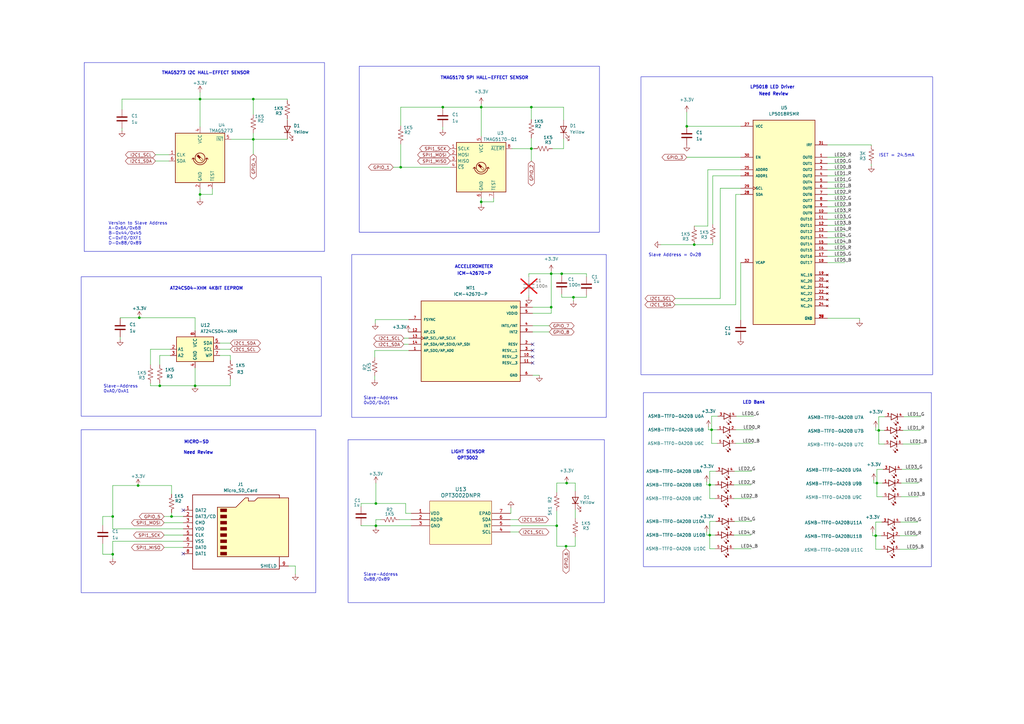
<source format=kicad_sch>
(kicad_sch (version 20230121) (generator eeschema)
  (paper "A3")
  (title_block (title "Hall Effect Sensors") (date "2023-07-29") (rev "A0") (company "EEC"))
  (junction (at 82.042 40.64))
  (junction (at 235.204 121.92))
  (junction (at 80.01 158.242))
  (junction (at 164.338 68.58))
  (junction (at 359.664 198.12))
  (junction (at 57.15 130.302))
  (junction (at 281.686 51.816))
  (junction (at 230.378 112.268))
  (junction (at 360.426 176.53))
  (junction (at 291.084 219.456))
  (junction (at 228.346 215.646))
  (junction (at 46.228 227.33))
  (junction (at 82.042 79.756))
  (junction (at 232.156 224.028))
  (junction (at 197.358 82.804))
  (junction (at 197.358 43.942))
  (junction (at 103.886 40.64))
  (junction (at 284.734 100.33))
  (junction (at 154.178 215.646))
  (junction (at 226.06 125.984))
  (junction (at 226.06 112.268))
  (junction (at 181.61 43.942))
  (junction (at 217.932 43.942))
  (junction (at 359.156 219.71))
  (junction (at 232.41 198.12))
  (junction (at 65.532 158.242))
  (junction (at 154.178 206.502))
  (junction (at 56.642 199.136))
  (junction (at 70.358 211.836))
  (junction (at 291.084 198.882))
  (junction (at 291.846 176.276))
  (junction (at 217.932 60.96))
  (junction (at 103.886 57.15))
  (junction (at 46.228 211.836))
  (no_connect (at 75.184 227.076))
  (no_connect (at 218.44 146.304))
  (no_connect (at 218.44 143.764))
  (no_connect (at 218.44 148.844))
  (no_connect (at 75.184 209.296))
  (no_connect (at 218.44 141.224))
  (wire (pts (xy 359.664 192.532) (xy 362.204 192.532)))
  (wire (pts (xy 218.44 136.144) (xy 225.298 136.144)))
  (wire (pts (xy 161.29 68.58) (xy 164.338 68.58)))
  (wire (pts (xy 289.814 197.612) (xy 289.814 198.882)))
  (wire (pts (xy 291.846 170.688) (xy 294.386 170.688)))
  (wire (pts (xy 153.67 154.178) (xy 153.67 155.702)))
  (wire (pts (xy 228.346 198.12) (xy 232.41 198.12)))
  (wire (pts (xy 42.164 223.012) (xy 42.164 227.33)))
  (wire (pts (xy 82.042 37.846) (xy 82.042 40.64)))
  (wire (pts (xy 232.156 224.028) (xy 232.156 225.044)))
  (wire (pts (xy 291.846 181.864) (xy 291.846 176.276)))
  (wire (pts (xy 121.158 232.156) (xy 121.158 235.458)))
  (wire (pts (xy 181.61 52.07) (xy 181.61 53.086)))
  (wire (pts (xy 240.538 121.92) (xy 240.538 121.158)))
  (wire (pts (xy 231.14 43.942) (xy 231.14 49.276)))
  (wire (pts (xy 291.084 213.868) (xy 293.624 213.868)))
  (wire (pts (xy 228.346 209.55) (xy 228.346 215.646)))
  (wire (pts (xy 226.06 112.268) (xy 226.06 125.984)))
  (wire (pts (xy 284.734 92.71) (xy 290.322 92.71)))
  (wire (pts (xy 202.438 81.28) (xy 202.438 82.804)))
  (wire (pts (xy 231.14 56.896) (xy 231.14 60.96)))
  (wire (pts (xy 292.354 72.136) (xy 303.784 72.136)))
  (wire (pts (xy 80.01 150.876) (xy 80.01 158.242)))
  (wire (pts (xy 209.296 215.646) (xy 228.346 215.646)))
  (wire (pts (xy 197.358 82.804) (xy 197.358 83.82)))
  (wire (pts (xy 164.338 51.562) (xy 164.338 43.942)))
  (wire (pts (xy 339.344 89.916) (xy 346.456 89.916)))
  (wire (pts (xy 230.378 113.03) (xy 230.378 112.268)))
  (wire (pts (xy 42.164 211.836) (xy 46.228 211.836)))
  (wire (pts (xy 67.31 211.836) (xy 70.358 211.836)))
  (wire (pts (xy 300.99 219.456) (xy 308.102 219.456)))
  (wire (pts (xy 271.018 100.33) (xy 284.734 100.33)))
  (wire (pts (xy 70.358 210.312) (xy 70.358 211.836)))
  (wire (pts (xy 121.158 232.156) (xy 118.364 232.156)))
  (wire (pts (xy 75.184 221.996) (xy 46.228 221.996)))
  (wire (pts (xy 148.082 206.502) (xy 154.178 206.502)))
  (wire (pts (xy 352.552 130.556) (xy 352.552 131.318)))
  (wire (pts (xy 167.64 131.064) (xy 153.924 131.064)))
  (wire (pts (xy 46.228 199.136) (xy 46.228 211.836)))
  (wire (pts (xy 69.85 143.256) (xy 61.722 143.256)))
  (wire (pts (xy 360.426 176.53) (xy 360.426 170.942)))
  (wire (pts (xy 359.156 219.71) (xy 357.886 219.71)))
  (wire (pts (xy 63.754 63.5) (xy 69.342 63.5)))
  (wire (pts (xy 49.276 138.176) (xy 49.276 139.192)))
  (wire (pts (xy 46.228 199.136) (xy 56.642 199.136)))
  (wire (pts (xy 80.01 158.242) (xy 65.532 158.242)))
  (wire (pts (xy 276.86 122.428) (xy 295.402 122.428)))
  (wire (pts (xy 361.95 203.708) (xy 359.664 203.708)))
  (wire (pts (xy 303.784 107.696) (xy 303.784 131.318)))
  (wire (pts (xy 80.01 135.636) (xy 80.01 130.302)))
  (wire (pts (xy 197.358 43.942) (xy 197.358 55.88)))
  (wire (pts (xy 369.316 214.122) (xy 376.428 214.122)))
  (wire (pts (xy 291.846 176.276) (xy 294.132 176.276)))
  (wire (pts (xy 217.932 60.96) (xy 217.932 56.642)))
  (wire (pts (xy 46.228 221.996) (xy 46.228 227.33)))
  (wire (pts (xy 82.042 40.64) (xy 82.042 52.07)))
  (wire (pts (xy 216.916 121.158) (xy 216.916 121.92)))
  (wire (pts (xy 359.156 219.71) (xy 361.442 219.71)))
  (wire (pts (xy 290.322 69.596) (xy 303.784 69.596)))
  (wire (pts (xy 87.122 77.47) (xy 87.122 79.756)))
  (wire (pts (xy 291.084 219.456) (xy 293.37 219.456)))
  (wire (pts (xy 46.228 211.836) (xy 46.228 216.916)))
  (wire (pts (xy 300.99 225.044) (xy 308.102 225.044)))
  (wire (pts (xy 339.344 64.516) (xy 346.456 64.516)))
  (wire (pts (xy 197.358 82.804) (xy 202.438 82.804)))
  (wire (pts (xy 103.886 54.61) (xy 103.886 57.15)))
  (wire (pts (xy 291.084 198.882) (xy 291.084 193.294)))
  (wire (pts (xy 230.378 120.65) (xy 230.378 121.92)))
  (wire (pts (xy 300.99 204.47) (xy 308.102 204.47)))
  (wire (pts (xy 117.856 48.768) (xy 117.856 49.276)))
  (wire (pts (xy 197.358 43.942) (xy 217.932 43.942)))
  (wire (pts (xy 166.37 210.566) (xy 168.656 210.566)))
  (wire (pts (xy 291.084 198.882) (xy 293.37 198.882)))
  (wire (pts (xy 359.156 175.26) (xy 359.156 176.53)))
  (wire (pts (xy 90.17 140.716) (xy 94.488 140.716)))
  (wire (pts (xy 369.062 225.298) (xy 376.174 225.298)))
  (wire (pts (xy 70.358 199.136) (xy 56.642 199.136)))
  (wire (pts (xy 164.338 68.58) (xy 184.658 68.58)))
  (wire (pts (xy 168.656 215.646) (xy 154.178 215.646)))
  (wire (pts (xy 232.156 224.028) (xy 228.346 224.028)))
  (wire (pts (xy 357.886 218.44) (xy 357.886 219.71)))
  (wire (pts (xy 94.742 57.15) (xy 103.886 57.15)))
  (wire (pts (xy 370.332 182.118) (xy 377.444 182.118)))
  (wire (pts (xy 154.178 215.646) (xy 154.178 216.154)))
  (wire (pts (xy 339.344 102.616) (xy 346.456 102.616)))
  (wire (pts (xy 291.084 204.47) (xy 291.084 198.882)))
  (wire (pts (xy 240.538 112.268) (xy 230.378 112.268)))
  (wire (pts (xy 290.322 69.596) (xy 290.322 92.71)))
  (wire (pts (xy 148.082 215.646) (xy 148.082 215.392)))
  (wire (pts (xy 339.344 69.596) (xy 346.456 69.596)))
  (wire (pts (xy 103.886 40.64) (xy 103.886 46.99)))
  (wire (pts (xy 181.61 43.942) (xy 181.61 44.45)))
  (wire (pts (xy 358.394 196.85) (xy 358.394 198.12)))
  (wire (pts (xy 357.378 59.436) (xy 357.378 59.69)))
  (wire (pts (xy 359.664 203.708) (xy 359.664 198.12)))
  (wire (pts (xy 235.966 198.12) (xy 235.966 201.422)))
  (wire (pts (xy 61.722 143.256) (xy 61.722 149.606)))
  (wire (pts (xy 301.752 181.864) (xy 308.864 181.864)))
  (wire (pts (xy 370.586 170.942) (xy 377.698 170.942)))
  (wire (pts (xy 164.338 68.58) (xy 164.338 59.182)))
  (wire (pts (xy 167.386 136.144) (xy 167.64 136.144)))
  (wire (pts (xy 360.426 170.942) (xy 362.966 170.942)))
  (wire (pts (xy 339.344 105.156) (xy 346.456 105.156)))
  (wire (pts (xy 209.296 210.566) (xy 209.55 210.566)))
  (wire (pts (xy 359.156 219.71) (xy 359.156 214.122)))
  (wire (pts (xy 165.608 138.684) (xy 167.64 138.684)))
  (wire (pts (xy 75.184 211.836) (xy 70.358 211.836)))
  (wire (pts (xy 276.86 124.968) (xy 301.752 124.968)))
  (wire (pts (xy 210.058 60.96) (xy 217.932 60.96)))
  (wire (pts (xy 339.344 72.136) (xy 346.456 72.136)))
  (wire (pts (xy 228.346 224.028) (xy 228.346 215.646)))
  (wire (pts (xy 292.354 100.33) (xy 292.354 99.568)))
  (wire (pts (xy 362.712 182.118) (xy 360.426 182.118)))
  (wire (pts (xy 94.488 145.796) (xy 94.488 147.828)))
  (wire (pts (xy 82.042 77.47) (xy 82.042 79.756)))
  (wire (pts (xy 339.344 67.056) (xy 346.456 67.056)))
  (wire (pts (xy 359.156 214.122) (xy 361.696 214.122)))
  (wire (pts (xy 359.664 198.12) (xy 359.664 192.532)))
  (wire (pts (xy 57.15 130.302) (xy 80.01 130.302)))
  (wire (pts (xy 339.344 100.076) (xy 346.456 100.076)))
  (wire (pts (xy 291.084 225.044) (xy 291.084 219.456)))
  (wire (pts (xy 117.856 40.64) (xy 117.856 41.148)))
  (wire (pts (xy 339.344 97.536) (xy 346.456 97.536)))
  (wire (pts (xy 359.156 225.298) (xy 359.156 219.71)))
  (wire (pts (xy 67.31 219.456) (xy 75.184 219.456)))
  (wire (pts (xy 50.038 40.64) (xy 50.038 44.958)))
  (wire (pts (xy 300.99 198.882) (xy 308.102 198.882)))
  (wire (pts (xy 291.084 198.882) (xy 289.814 198.882)))
  (wire (pts (xy 50.038 40.64) (xy 82.042 40.64)))
  (wire (pts (xy 218.44 128.524) (xy 226.06 128.524)))
  (wire (pts (xy 154.178 206.502) (xy 166.37 206.502)))
  (wire (pts (xy 218.44 125.984) (xy 226.06 125.984)))
  (wire (pts (xy 117.856 57.15) (xy 103.886 57.15)))
  (wire (pts (xy 46.228 227.33) (xy 46.228 229.108)))
  (wire (pts (xy 339.344 92.456) (xy 346.456 92.456)))
  (wire (pts (xy 61.722 158.242) (xy 65.532 158.242)))
  (wire (pts (xy 117.856 57.15) (xy 117.856 56.896)))
  (wire (pts (xy 357.378 67.31) (xy 357.378 68.072)))
  (wire (pts (xy 218.948 60.96) (xy 217.932 60.96)))
  (wire (pts (xy 291.084 219.456) (xy 289.814 219.456)))
  (wire (pts (xy 163.83 213.106) (xy 168.656 213.106)))
  (wire (pts (xy 218.44 153.924) (xy 221.234 153.924)))
  (wire (pts (xy 291.846 176.276) (xy 290.576 176.276)))
  (wire (pts (xy 63.754 66.04) (xy 69.342 66.04)))
  (wire (pts (xy 90.17 145.796) (xy 94.488 145.796)))
  (wire (pts (xy 87.122 79.756) (xy 82.042 79.756)))
  (wire (pts (xy 369.57 198.12) (xy 376.682 198.12)))
  (wire (pts (xy 293.37 225.044) (xy 291.084 225.044)))
  (wire (pts (xy 339.344 82.296) (xy 346.456 82.296)))
  (wire (pts (xy 359.664 198.12) (xy 361.95 198.12)))
  (wire (pts (xy 209.55 210.566) (xy 209.55 208.28)))
  (wire (pts (xy 80.01 158.242) (xy 94.488 158.242)))
  (wire (pts (xy 360.426 182.118) (xy 360.426 176.53)))
  (wire (pts (xy 235.966 209.042) (xy 235.966 212.598)))
  (wire (pts (xy 197.358 42.672) (xy 197.358 43.942)))
  (wire (pts (xy 103.886 57.15) (xy 103.886 63.246)))
  (wire (pts (xy 154.178 198.12) (xy 154.178 206.502)))
  (wire (pts (xy 148.082 215.646) (xy 154.178 215.646)))
  (wire (pts (xy 281.686 45.974) (xy 281.686 51.816)))
  (wire (pts (xy 231.14 60.96) (xy 226.568 60.96)))
  (wire (pts (xy 49.276 130.302) (xy 57.15 130.302)))
  (wire (pts (xy 281.686 51.816) (xy 303.784 51.816)))
  (wire (pts (xy 360.426 176.53) (xy 359.156 176.53)))
  (wire (pts (xy 339.344 59.436) (xy 357.378 59.436)))
  (wire (pts (xy 67.31 214.376) (xy 75.184 214.376)))
  (wire (pts (xy 339.344 79.756) (xy 346.456 79.756)))
  (wire (pts (xy 293.37 204.47) (xy 291.084 204.47)))
  (wire (pts (xy 339.344 74.676) (xy 346.456 74.676)))
  (wire (pts (xy 339.344 130.556) (xy 352.552 130.556)))
  (wire (pts (xy 369.824 192.532) (xy 376.936 192.532)))
  (wire (pts (xy 339.344 107.696) (xy 346.456 107.696)))
  (wire (pts (xy 165.608 141.224) (xy 167.64 141.224)))
  (wire (pts (xy 291.084 193.294) (xy 293.624 193.294)))
  (wire (pts (xy 75.184 224.536) (xy 67.31 224.536)))
  (wire (pts (xy 153.67 143.764) (xy 167.64 143.764)))
  (wire (pts (xy 339.344 84.836) (xy 346.456 84.836)))
  (wire (pts (xy 70.358 199.136) (xy 70.358 202.692)))
  (wire (pts (xy 301.244 193.294) (xy 308.356 193.294)))
  (wire (pts (xy 369.57 203.708) (xy 376.682 203.708)))
  (wire (pts (xy 235.204 121.92) (xy 235.204 123.444)))
  (wire (pts (xy 217.932 43.942) (xy 231.14 43.942)))
  (wire (pts (xy 226.06 112.268) (xy 230.378 112.268)))
  (wire (pts (xy 370.332 176.53) (xy 377.444 176.53)))
  (wire (pts (xy 292.354 72.136) (xy 292.354 91.948)))
  (wire (pts (xy 240.538 113.538) (xy 240.538 112.268)))
  (wire (pts (xy 218.44 133.604) (xy 225.298 133.604)))
  (wire (pts (xy 42.164 215.392) (xy 42.164 211.836)))
  (wire (pts (xy 235.966 224.028) (xy 235.966 220.218)))
  (wire (pts (xy 339.344 77.216) (xy 346.456 77.216)))
  (wire (pts (xy 284.734 100.33) (xy 292.354 100.33)))
  (wire (pts (xy 235.204 121.92) (xy 240.538 121.92)))
  (wire (pts (xy 65.532 145.796) (xy 65.532 149.606)))
  (wire (pts (xy 291.084 219.456) (xy 291.084 213.868)))
  (wire (pts (xy 50.038 52.578) (xy 50.038 53.594)))
  (wire (pts (xy 295.402 77.216) (xy 303.784 77.216)))
  (wire (pts (xy 226.06 111.252) (xy 226.06 112.268)))
  (wire (pts (xy 232.41 198.12) (xy 235.966 198.12)))
  (wire (pts (xy 216.916 112.268) (xy 226.06 112.268)))
  (wire (pts (xy 295.402 122.428) (xy 295.402 77.216)))
  (wire (pts (xy 181.61 43.942) (xy 197.358 43.942)))
  (wire (pts (xy 42.164 227.33) (xy 46.228 227.33)))
  (wire (pts (xy 156.21 213.106) (xy 154.178 213.106)))
  (wire (pts (xy 360.426 176.53) (xy 362.712 176.53)))
  (wire (pts (xy 148.082 206.502) (xy 148.082 207.772)))
  (wire (pts (xy 82.042 40.64) (xy 103.886 40.64)))
  (wire (pts (xy 49.276 130.302) (xy 49.276 130.556)))
  (wire (pts (xy 65.532 158.242) (xy 65.532 157.226)))
  (wire (pts (xy 361.442 225.298) (xy 359.156 225.298)))
  (wire (pts (xy 301.752 79.756) (xy 303.784 79.756)))
  (wire (pts (xy 117.856 40.64) (xy 103.886 40.64)))
  (wire (pts (xy 197.358 81.28) (xy 197.358 82.804)))
  (wire (pts (xy 289.814 218.186) (xy 289.814 219.456)))
  (wire (pts (xy 339.344 87.376) (xy 346.456 87.376)))
  (wire (pts (xy 216.916 113.538) (xy 216.916 112.268)))
  (wire (pts (xy 339.344 94.996) (xy 346.456 94.996)))
  (wire (pts (xy 281.686 64.516) (xy 303.784 64.516)))
  (wire (pts (xy 301.244 213.868) (xy 308.356 213.868)))
  (wire (pts (xy 290.576 175.006) (xy 290.576 176.276)))
  (wire (pts (xy 226.06 125.984) (xy 226.06 128.524)))
  (wire (pts (xy 94.488 155.448) (xy 94.488 158.242)))
  (wire (pts (xy 294.132 181.864) (xy 291.846 181.864)))
  (wire (pts (xy 291.846 176.276) (xy 291.846 170.688)))
  (wire (pts (xy 209.296 218.186) (xy 212.852 218.186)))
  (wire (pts (xy 153.924 131.064) (xy 153.924 132.588)))
  (wire (pts (xy 153.67 143.764) (xy 153.67 146.558)))
  (wire (pts (xy 230.378 121.92) (xy 235.204 121.92)))
  (wire (pts (xy 217.932 43.942) (xy 217.932 49.022)))
  (wire (pts (xy 154.178 213.106) (xy 154.178 215.646)))
  (wire (pts (xy 369.062 219.71) (xy 376.174 219.71)))
  (wire (pts (xy 164.338 43.942) (xy 181.61 43.942)))
  (wire (pts (xy 69.85 145.796) (xy 65.532 145.796)))
  (wire (pts (xy 235.966 224.028) (xy 232.156 224.028)))
  (wire (pts (xy 90.17 143.256) (xy 94.488 143.256)))
  (wire (pts (xy 217.932 66.04) (xy 217.932 60.96)))
  (wire (pts (xy 302.006 170.688) (xy 309.118 170.688)))
  (wire (pts (xy 61.722 157.226) (xy 61.722 158.242)))
  (wire (pts (xy 166.37 206.502) (xy 166.37 210.566)))
  (wire (pts (xy 82.042 79.756) (xy 82.042 81.534)))
  (wire (pts (xy 359.664 198.12) (xy 358.394 198.12)))
  (wire (pts (xy 301.752 124.968) (xy 301.752 79.756)))
  (wire (pts (xy 75.184 216.916) (xy 46.228 216.916)))
  (wire (pts (xy 301.752 176.276) (xy 308.864 176.276)))
  (wire (pts (xy 209.296 213.106) (xy 212.598 213.106)))
  (wire (pts (xy 228.346 201.93) (xy 228.346 198.12)))
  (rectangle (start 34.544 25.654) (end 133.096 103.124))
  (rectangle (start 33.274 176.276) (end 129.54 243.078))
  (rectangle (start 262.89 31.496) (end 382.524 153.67))
  (rectangle (start 33.274 113.538) (end 131.826 170.688))
  (rectangle (start 147.32 27.178) (end 245.872 95.25))
  (rectangle (start 263.906 161.036) (end 382.016 232.41))
  (rectangle (start 144.272 104.394) (end 248.666 171.196))
  (rectangle (start 142.748 180.34) (end 247.904 247.142))
  (text "ISET = 24.5mA\n" (at 360.426 64.516 0) (effects (font (size 1.27 1.27)) (justify left bottom)))
  (text "Need Review\n" (at 75.184 186.436 0) (effects (font (size 1.27 1.27) (thickness 0.254) bold) (justify left bottom)))
  (text "Need Review\n" (at 311.15 39.37 0) (effects (font (size 1.27 1.27) (thickness 0.254) bold) (justify left bottom)))
  (text "LIGHT SENSOR" (at 184.912 186.182 0) (effects (font (size 1.27 1.27) (thickness 0.254) bold) (justify left bottom)))
  (text "ACCELEROMETER\n" (at 186.436 110.236 0) (effects (font (size 1.27 1.27) (thickness 0.254) bold) (justify left bottom)))
  (text "LP5018 LED Driver" (at 307.594 36.576 0) (effects (font (size 1.27 1.27) (thickness 0.254) bold) (justify left bottom)))
  (text "Slave Address = 0x28\n" (at 265.938 105.41 0) (effects (font (size 1.27 1.27)) (justify left bottom)))
  (text "OPT3002" (at 187.452 188.722 0) (effects (font (size 1.27 1.27) (thickness 0.254) bold) (justify left bottom)))
  (text "Slave-Address\n0x88/0x89" (at 149.098 238.506 0) (effects (font (size 1.27 1.27)) (justify left bottom)))
  (text "MICRO-SD" (at 75.438 182.118 0) (effects (font (size 1.27 1.27) (thickness 0.254) bold) (justify left bottom)))
  (text "Slave-Address\n0xA0/0xA1" (at 42.418 161.29 0) (effects (font (size 1.27 1.27)) (justify left bottom)))
  (text "TMAG5273 I2C HALL-EFFECT SENSOR" (at 66.294 30.734 0) (effects (font (size 1.27 1.27) (thickness 0.254) bold) (justify left bottom)))
  (text "AT24CS04-XHM 4KBIT EEPROM" (at 69.596 119.126 0) (effects (font (size 1.27 1.27) (thickness 0.254) bold) (justify left bottom)))
  (text "Slave-Address\n0xD0/0xD1" (at 149.098 166.116 0) (effects (font (size 1.27 1.27)) (justify left bottom)))
  (text "TMAG5170 SPI HALL-EFFECT SENSOR" (at 180.594 32.766 0) (effects (font (size 1.27 1.27) (thickness 0.254) bold) (justify left bottom)))
  (text "Version to Slave Address\nA-0x6A/0x6B\nB-0x44/0x45\nC-0xF0/0XF1\nD-0x88/0x89" (at 44.45 100.584 0) (effects (font (size 1.27 1.27)) (justify left bottom)))
  (text "LED Bank\n" (at 304.546 165.862 0) (effects (font (size 1.27 1.27) (thickness 0.254) bold) (justify left bottom)))
  (text "ICM-42670-P\n" (at 187.452 113.03 0) (effects (font (size 1.27 1.27) (thickness 0.254) bold) (justify left bottom)))
  (label "LED0_G" (at 304.292 170.688 0))
  (label "LED5_G" (at 370.84 214.122 0))
  (label "LED5_B" (at 371.856 225.298 0))
  (label "LED2_R" (at 342.138 79.756 0))
  (label "LED2_B" (at 303.784 204.47 0))
  (label "LED3_R" (at 342.138 87.376 0))
  (label "LED2_B" (at 342.138 84.836 0))
  (label "LED5_G" (at 342.138 105.156 0))
  (label "LED0_R" (at 304.8 176.276 0))
  (label "LED4_B" (at 303.784 225.044 0))
  (label "LED0_B" (at 304.546 181.864 0))
  (label "LED4_R" (at 342.138 94.996 0))
  (label "LED1_G" (at 342.138 74.676 0))
  (label "LED0_B" (at 342.138 69.596 0))
  (label "LED4_G" (at 302.768 213.868 0))
  (label "LED3_R" (at 371.348 198.12 0))
  (label "LED5_R" (at 342.138 102.616 0))
  (label "LED1_B" (at 342.138 77.216 0))
  (label "LED3_B" (at 372.364 203.708 0))
  (label "LED2_G" (at 342.138 82.296 0))
  (label "LED4_B" (at 342.138 100.076 0))
  (label "LED5_B" (at 342.138 107.696 0))
  (label "LED5_R" (at 370.84 219.71 0))
  (label "LED2_G" (at 302.768 193.294 0))
  (label "LED1_B" (at 373.126 182.118 0))
  (label "LED3_B" (at 342.138 92.456 0))
  (label "LED3_G" (at 371.348 192.532 0))
  (label "LED4_R" (at 302.768 219.456 0))
  (label "LED1_R" (at 372.11 176.53 0))
  (label "LED0_R" (at 342.138 64.516 0))
  (label "LED0_G" (at 342.138 67.056 0))
  (label "LED2_R" (at 302.768 198.882 0))
  (label "LED1_G" (at 372.11 170.942 0))
  (label "LED3_G" (at 342.138 89.916 0))
  (label "LED1_R" (at 342.138 72.136 0))
  (label "LED4_G" (at 342.138 97.536 0))
  (global_label "GPIO_2" (shape bidirectional) (at 217.932 66.04 270) (property "Intersheetrefs" "${INTERSHEET_REFS}" (effects hide)))
  (global_label "I2C1_SCL" (shape bidirectional) (at 63.754 63.5 180) (property "Intersheetrefs" "${INTERSHEET_REFS}" (effects hide)))
  (global_label "GPIO_5" (shape bidirectional) (at 67.31 211.836 180) (property "Intersheetrefs" "${INTERSHEET_REFS}" (effects hide)))
  (global_label "I2C1_SCL" (shape bidirectional) (at 276.86 122.428 180) (property "Intersheetrefs" "${INTERSHEET_REFS}" (effects hide)))
  (global_label "I2C1_SDA" (shape bidirectional) (at 63.754 66.04 180) (property "Intersheetrefs" "${INTERSHEET_REFS}" (effects hide)))
  (global_label "SPI1_MISO" (shape bidirectional) (at 184.658 66.04 180) (property "Intersheetrefs" "${INTERSHEET_REFS}" (effects hide)))
  (global_label "SPI1_MOSI" (shape bidirectional) (at 67.31 214.376 180) (property "Intersheetrefs" "${INTERSHEET_REFS}" (effects hide)))
  (global_label "I2C1_SDA" (shape bidirectional) (at 94.488 140.716 0) (property "Intersheetrefs" "${INTERSHEET_REFS}" (effects hide)))
  (global_label "I2C1_SDA" (shape bidirectional) (at 212.598 213.106 0) (property "Intersheetrefs" "${INTERSHEET_REFS}" (effects hide)))
  (global_label "SPI1_SCK" (shape bidirectional) (at 184.658 60.96 180) (property "Intersheetrefs" "${INTERSHEET_REFS}" (effects hide)))
  (global_label "I2C1_SDA" (shape bidirectional) (at 276.86 124.968 180) (property "Intersheetrefs" "${INTERSHEET_REFS}" (effects hide)))
  (global_label "GPIO_8" (shape bidirectional) (at 225.298 136.144 0) (property "Intersheetrefs" "${INTERSHEET_REFS}" (effects hide)))
  (global_label "SPI1_MOSI" (shape bidirectional) (at 184.658 63.5 180) (property "Intersheetrefs" "${INTERSHEET_REFS}" (effects hide)))
  (global_label "GPIO_7" (shape bidirectional) (at 225.298 133.604 0) (property "Intersheetrefs" "${INTERSHEET_REFS}" (effects hide)))
  (global_label "GPIO_4" (shape bidirectional) (at 103.886 63.246 270) (property "Intersheetrefs" "${INTERSHEET_REFS}" (effects hide)))
  (global_label "I2C1_SCL" (shape bidirectional) (at 94.488 143.256 0) (property "Intersheetrefs" "${INTERSHEET_REFS}" (effects hide)))
  (global_label "I2C1_SDA" (shape bidirectional) (at 165.608 141.224 180) (property "Intersheetrefs" "${INTERSHEET_REFS}" (effects hide)))
  (global_label "SPI1_MISO" (shape bidirectional) (at 67.31 224.536 180) (property "Intersheetrefs" "${INTERSHEET_REFS}" (effects hide)))
  (global_label "I2C1_SCL" (shape bidirectional) (at 212.852 218.186 0) (property "Intersheetrefs" "${INTERSHEET_REFS}" (effects hide)))
  (global_label "GPIO_6" (shape bidirectional) (at 232.156 225.044 270) (property "Intersheetrefs" "${INTERSHEET_REFS}" (effects hide)))
  (global_label "SPI1_SCK" (shape bidirectional) (at 67.31 219.456 180) (property "Intersheetrefs" "${INTERSHEET_REFS}" (effects hide)))
  (global_label "GPIO_3" (shape bidirectional) (at 281.686 64.516 180) (property "Intersheetrefs" "${INTERSHEET_REFS}" (effects hide)))
  (global_label "I2C1_SCL" (shape bidirectional) (at 165.608 138.684 180) (property "Intersheetrefs" "${INTERSHEET_REFS}" (effects hide)))
  (global_label "GPIO_1" (shape bidirectional) (at 161.29 68.58 180) (property "Intersheetrefs" "${INTERSHEET_REFS}" (effects hide)))
  (symbol (lib_id "ASMB-TTF0-0A20B:ASMB-TTF0-0A20B") (at 364.49 203.708 90) (unit 3)
    (property "Reference" "U9" (at 353.568 203.962 90) (effects (justify left)))
    (property "Value" "ASMB-TTF0-0A20B" (at 348.996 203.962 90) (effects (justify left)))
    (property "Footprint" "ASMB-TTF0-0A20B:PLCC-6" (effects hide))
    (property "MF" "Broadcom Limited" (effects hide))
    (property "Description" "\nRed, Green, Blue (RGB) 620nm Red, 524nm Green, 471nm Blue LED Indication - Discrete 2.1V Red, 2.9V Green, 2.9V Blue 6-PLCC\n" (effects hide))
    (property "Package" "PLCC-6 Broadcom" (effects hide))
    (property "Price" "None" (effects hide))
    (property "SnapEDA_Link" "https://www.snapeda.com/parts/ASMB-TTF0-0A20B/Broadcom+Limited/view-part/?ref=snap" (effects hide))
    (property "MP" "ASMB-TTF0-0A20B" (effects hide))
    (property "Purchase-URL" "https://www.snapeda.com/api/url_track_click_mouser/?unipart_id=2783694&manufacturer=Broadcom Limited&part_name=ASMB-TTF0-0A20B&search_term=None" (effects hide))
    (property "Availability" "In Stock" (effects hide))
    (property "Check_prices" "https://www.snapeda.com/parts/ASMB-TTF0-0A20B/Broadcom+Limited/view-part/?ref=eda" (effects hide))
  )
  (symbol (lib_id "Device:R_US") (at 103.886 50.8 0) (mirror y) (unit 1)
    (property "Reference" "R2" (at 106.934 49.53 0))
    (property "Value" "1K5" (at 106.426 47.752 0))
    (property "Footprint" "Resistor_SMD:R_0805_2012Metric" (effects hide))
  )
  (symbol (lib_id "Device:R_US") (at 217.932 52.832 0) (mirror y) (unit 1)
    (property "Reference" "R2" (at 220.726 51.816 0))
    (property "Value" "1K5" (at 220.98 49.784 0))
    (property "Footprint" "Resistor_SMD:R_0805_2012Metric" (effects hide))
  )
  (symbol (lib_id "Device:R_US") (at 228.346 205.74 0) (mirror x) (unit 1)
    (property "Reference" "R2" (at 225.552 204.978 90))
    (property "Value" "5K1" (at 225.552 209.55 90))
    (property "Footprint" "Resistor_SMD:R_0805_2012Metric" (effects hide))
    (instances (project "SensorControlBoard" (path "" (reference "R2") (unit 1)) (path "" (reference "R16") (unit 1)) (path "" (reference "R20") (unit 1))))
  )
  (symbol (lib_id "Device:R_US") (at 70.358 206.502 0) (mirror y) (unit 1)
    (property "Reference" "R2" (at 73.152 205.486 0))
    (property "Value" "1K5" (at 73.406 203.454 0))
    (property "Footprint" "Resistor_SMD:R_0805_2012Metric" (effects hide))
  )
  (symbol (lib_id "Connector:Micro_SD_Card") (at 98.044 216.916 0) (unit 1)
    (property "Reference" "J1" (at 98.679 198.628 0))
    (property "Value" "Micro_SD_Card" (at 98.679 201.168 0))
    (property "Footprint" "Resistor_SMD:R_0805_2012Metric" (effects hide))
    (property "Datasheet" "http://katalog.we-online.de/em/datasheet/693072010801.pdf" (effects hide))
  )
  (symbol (lib_id "Device:R_US") (at 94.488 151.638 180) (unit 1)
    (property "Reference" "R3" (at 98.552 152.654 0))
    (property "Value" "1K5" (at 98.552 149.86 0))
    (property "Footprint" "Resistor_SMD:R_0805_2012Metric" (effects hide))
  )
  (symbol (lib_id "Device:C") (at 181.61 48.26 0) (unit 1)
    (property "Reference" "C1" (at 185.42 46.99 0) (effects (justify left)))
    (property "Value" "1u" (at 185.42 49.53 0) (effects (justify left)))
    (property "Footprint" "Resistor_SMD:R_0805_2012Metric" (effects hide))
  )
  (symbol (lib_id "Device:R_US") (at 61.722 153.416 180) (unit 1)
    (property "Reference" "R3" (at 58.166 154.94 0))
    (property "Value" "1K5" (at 58.166 152.908 0))
    (property "Footprint" "Resistor_SMD:R_0805_2012Metric" (effects hide))
  )
  (symbol (lib_id "power:+3.3V") (at 197.358 42.672 0) (unit 1)
    (property "Reference" "#PWR02" (effects hide))
    (property "Value" "+3.3V" (at 197.358 37.592 0))
  )
  (symbol (lib_id "power:GND") (at 121.158 235.458 0) (unit 1)
    (property "Reference" "#PWR028" (effects hide))
    (property "Value" "GND" (effects hide))
  )
  (symbol (lib_id "Device:C") (at 148.082 211.582 0) (unit 1)
    (property "Reference" "C1" (at 145.288 205.232 0) (effects (justify left)))
    (property "Value" "1u" (at 145.034 207.01 0) (effects (justify left)))
    (property "Footprint" "Resistor_SMD:R_0805_2012Metric" (effects hide))
  )
  (symbol (lib_id "ASMB-TTF0-0A20B:ASMB-TTF0-0A20B") (at 296.164 213.868 90) (unit 1)
    (property "Reference" "U10" (at 286.512 213.868 90))
    (property "Value" "ASMB-TTF0-0A20B" (at 274.32 213.868 90))
    (property "Footprint" "ASMB-TTF0-0A20B:PLCC-6" (effects hide))
    (property "MF" "Broadcom Limited" (effects hide))
    (property "Description" "\nRed, Green, Blue (RGB) 620nm Red, 524nm Green, 471nm Blue LED Indication - Discrete 2.1V Red, 2.9V Green, 2.9V Blue 6-PLCC\n" (effects hide))
    (property "Package" "PLCC-6 Broadcom" (effects hide))
    (property "Price" "None" (effects hide))
    (property "SnapEDA_Link" "https://www.snapeda.com/parts/ASMB-TTF0-0A20B/Broadcom+Limited/view-part/?ref=snap" (effects hide))
    (property "MP" "ASMB-TTF0-0A20B" (effects hide))
    (property "Purchase-URL" "https://www.snapeda.com/api/url_track_click_mouser/?unipart_id=2783694&manufacturer=Broadcom Limited&part_name=ASMB-TTF0-0A20B&search_term=None" (effects hide))
    (property "Availability" "In Stock" (effects hide))
    (property "Check_prices" "https://www.snapeda.com/parts/ASMB-TTF0-0A20B/Broadcom+Limited/view-part/?ref=eda" (effects hide))
  )
  (symbol (lib_id "Device:LED") (at 231.14 53.086 90) (unit 1)
    (property "Reference" "D1" (at 233.68 51.562 90) (effects (justify right)))
    (property "Value" "Yellow" (at 233.68 54.102 90) (effects (justify right)))
    (property "Footprint" "Resistor_SMD:R_0805_2012Metric" (effects hide))
  )
  (symbol (lib_id "Device:R_US") (at 284.734 96.52 180) (unit 1)
    (property "Reference" "R3" (at 281.178 98.044 0))
    (property "Value" "1K5" (at 281.178 96.012 0))
    (property "Footprint" "Resistor_SMD:R_0805_2012Metric" (effects hide))
  )
  (symbol (lib_id "power:GND") (at 50.038 53.594 0) (unit 1)
    (property "Reference" "#PWR027" (effects hide))
    (property "Value" "GND" (effects hide))
  )
  (symbol (lib_id "Device:R_US") (at 160.02 213.106 90) (mirror x) (unit 1)
    (property "Reference" "R2" (at 159.766 209.042 90))
    (property "Value" "1K5" (at 159.766 210.82 90))
    (property "Footprint" "Resistor_SMD:R_0805_2012Metric" (effects hide))
  )
  (symbol (lib_id "Memory_EEPROM:AT24CS04-XHM") (at 80.01 143.256 0) (unit 1)
    (property "Reference" "U12" (at 82.2041 133.35 0) (effects (justify left)))
    (property "Value" "AT24CS04-XHM" (at 82.2041 135.89 0) (effects (justify left)))
    (property "Footprint" "Package_SO:TSSOP-8_4.4x3mm_P0.65mm" (effects hide))
    (property "Datasheet" "http://ww1.microchip.com/downloads/en/DeviceDoc/Atmel-8766-SEEPROM-AT24CS04-08-Datasheet.pdf" (effects hide))
  )
  (symbol (lib_id "Device:R_US") (at 117.856 44.958 180) (unit 1)
    (property "Reference" "R3" (at 114.3 46.482 0))
    (property "Value" "1K5" (at 114.3 44.45 0))
    (property "Footprint" "Resistor_SMD:R_0805_2012Metric" (effects hide))
  )
  (symbol (lib_id "power:+3.3V") (at 289.814 218.186 0) (unit 1)
    (property "Reference" "#PWR02" (effects hide))
    (property "Value" "+3.3V" (at 289.814 211.836 0))
  )
  (symbol (lib_id "Device:C") (at 303.784 135.128 0) (unit 1)
    (property "Reference" "C1" (at 297.18 134.62 0) (effects (justify left)))
    (property "Value" "1u" (at 297.18 136.652 0) (effects (justify left)))
    (property "Footprint" "Resistor_SMD:R_0805_2012Metric" (effects hide))
  )
  (symbol (lib_id "power:GND") (at 46.228 229.108 0) (unit 1)
    (property "Reference" "#PWR028" (effects hide))
    (property "Value" "GND" (effects hide))
  )
  (symbol (lib_id "power:+3.3V") (at 154.178 198.12 0) (unit 1)
    (property "Reference" "#PWR02" (effects hide))
    (property "Value" "+3.3V" (at 154.178 194.31 0))
  )
  (symbol (lib_id "power:+3.3V") (at 281.686 45.974 0) (unit 1)
    (property "Reference" "#PWR02" (effects hide))
    (property "Value" "+3.3V" (at 281.686 40.894 0))
  )
  (symbol (lib_id "power:GND") (at 49.276 139.192 0) (unit 1)
    (property "Reference" "#PWR027" (effects hide))
    (property "Value" "GND" (effects hide))
  )
  (symbol (lib_id "Device:C") (at 216.916 117.348 0) (unit 1) (dnp yes)
    (property "Reference" "C1" (at 219.456 115.062 0) (effects (justify left)))
    (property "Value" "100n" (at 219.71 117.348 0) (effects (justify left)))
    (property "Footprint" "Resistor_SMD:R_0805_2012Metric" (effects hide))
    (instances (project "SensorControlBoard" (path "" (reference "C1") (unit 1)) (path "" (reference "C6") (unit 1)) (path "" (reference "C23") (unit 1))))
  )
  (symbol (lib_id "Sensor_Magnetic:TMAG5170-Q1") (at 197.358 68.58 0) (unit 1)
    (property "Reference" "U3" (at 205.232 54.61 0))
    (property "Value" "TMAG5170-Q1" (at 205.232 57.15 0))
    (property "Footprint" "Package_SO:VSSOP-8_3.0x3.0mm_P0.65mm" (effects hide))
    (property "Datasheet" "https://www.ti.com/lit/ds/symlink/tmag5170-q1.pdf" (effects hide))
  )
  (symbol (lib_id "ASMB-TTF0-0A20B:ASMB-TTF0-0A20B") (at 295.91 225.044 90) (unit 3)
    (property "Reference" "U10" (at 289.56 225.044 90) (effects (justify left)))
    (property "Value" "ASMB-TTF0-0A20B" (at 283.464 225.044 90) (effects (justify left)))
    (property "Footprint" "ASMB-TTF0-0A20B:PLCC-6" (effects hide))
    (property "MF" "Broadcom Limited" (effects hide))
    (property "Description" "\nRed, Green, Blue (RGB) 620nm Red, 524nm Green, 471nm Blue LED Indication - Discrete 2.1V Red, 2.9V Green, 2.9V Blue 6-PLCC\n" (effects hide))
    (property "Package" "PLCC-6 Broadcom" (effects hide))
    (property "Price" "None" (effects hide))
    (property "SnapEDA_Link" "https://www.snapeda.com/parts/ASMB-TTF0-0A20B/Broadcom+Limited/view-part/?ref=snap" (effects hide))
    (property "MP" "ASMB-TTF0-0A20B" (effects hide))
    (property "Purchase-URL" "https://www.snapeda.com/api/url_track_click_mouser/?unipart_id=2783694&manufacturer=Broadcom Limited&part_name=ASMB-TTF0-0A20B&search_term=None" (effects hide))
    (property "Availability" "In Stock" (effects hide))
    (property "Check_prices" "https://www.snapeda.com/parts/ASMB-TTF0-0A20B/Broadcom+Limited/view-part/?ref=eda" (effects hide))
  )
  (symbol (lib_id "power:+3.3V") (at 357.886 218.44 0) (unit 1)
    (property "Reference" "#PWR02" (effects hide))
    (property "Value" "+3.3V" (at 357.886 212.09 0))
  )
  (symbol (lib_id "Device:R_US") (at 235.966 216.408 0) (unit 1)
    (property "Reference" "R3" (at 240.284 216.662 0))
    (property "Value" "1K5" (at 240.284 214.63 0))
    (property "Footprint" "Resistor_SMD:R_0805_2012Metric" (effects hide))
  )
  (symbol (lib_id "ASMB-TTF0-0A20B:ASMB-TTF0-0A20B") (at 365.252 176.53 90) (unit 2)
    (property "Reference" "U7" (at 352.298 176.784 90))
    (property "Value" "ASMB-TTF0-0A20B" (at 340.614 176.784 90))
    (property "Footprint" "ASMB-TTF0-0A20B:PLCC-6" (effects hide))
    (property "MF" "Broadcom Limited" (effects hide))
    (property "Description" "\nRed, Green, Blue (RGB) 620nm Red, 524nm Green, 471nm Blue LED Indication - Discrete 2.1V Red, 2.9V Green, 2.9V Blue 6-PLCC\n" (effects hide))
    (property "Package" "PLCC-6 Broadcom" (effects hide))
    (property "Price" "None" (effects hide))
    (property "SnapEDA_Link" "https://www.snapeda.com/parts/ASMB-TTF0-0A20B/Broadcom+Limited/view-part/?ref=snap" (effects hide))
    (property "MP" "ASMB-TTF0-0A20B" (effects hide))
    (property "Purchase-URL" "https://www.snapeda.com/api/url_track_click_mouser/?unipart_id=2783694&manufacturer=Broadcom Limited&part_name=ASMB-TTF0-0A20B&search_term=None" (effects hide))
    (property "Availability" "In Stock" (effects hide))
    (property "Check_prices" "https://www.snapeda.com/parts/ASMB-TTF0-0A20B/Broadcom+Limited/view-part/?ref=eda" (effects hide))
  )
  (symbol (lib_id "Device:R_US") (at 357.378 63.5 180) (unit 1)
    (property "Reference" "R3" (at 353.822 65.024 0))
    (property "Value" "3K" (at 353.822 62.992 0))
    (property "Footprint" "Resistor_SMD:R_0805_2012Metric" (effects hide))
  )
  (symbol (lib_id "ASMB-TTF0-0A20B:ASMB-TTF0-0A20B") (at 363.982 219.71 90) (unit 2)
    (property "Reference" "U11" (at 351.028 219.964 90))
    (property "Value" "ASMB-TTF0-0A20B" (at 339.344 219.964 90))
    (property "Footprint" "ASMB-TTF0-0A20B:PLCC-6" (effects hide))
    (property "MF" "Broadcom Limited" (effects hide))
    (property "Description" "\nRed, Green, Blue (RGB) 620nm Red, 524nm Green, 471nm Blue LED Indication - Discrete 2.1V Red, 2.9V Green, 2.9V Blue 6-PLCC\n" (effects hide))
    (property "Package" "PLCC-6 Broadcom" (effects hide))
    (property "Price" "None" (effects hide))
    (property "SnapEDA_Link" "https://www.snapeda.com/parts/ASMB-TTF0-0A20B/Broadcom+Limited/view-part/?ref=snap" (effects hide))
    (property "MP" "ASMB-TTF0-0A20B" (effects hide))
    (property "Purchase-URL" "https://www.snapeda.com/api/url_track_click_mouser/?unipart_id=2783694&manufacturer=Broadcom Limited&part_name=ASMB-TTF0-0A20B&search_term=None" (effects hide))
    (property "Availability" "In Stock" (effects hide))
    (property "Check_prices" "https://www.snapeda.com/parts/ASMB-TTF0-0A20B/Broadcom+Limited/view-part/?ref=eda" (effects hide))
  )
  (symbol (lib_id "ASMB-TTF0-0A20B:ASMB-TTF0-0A20B") (at 296.672 176.276 90) (unit 2)
    (property "Reference" "U6" (at 286.766 176.276 90))
    (property "Value" "ASMB-TTF0-0A20B" (at 275.082 176.276 90))
    (property "Footprint" "ASMB-TTF0-0A20B:PLCC-6" (effects hide))
    (property "MF" "Broadcom Limited" (effects hide))
    (property "Description" "\nRed, Green, Blue (RGB) 620nm Red, 524nm Green, 471nm Blue LED Indication - Discrete 2.1V Red, 2.9V Green, 2.9V Blue 6-PLCC\n" (effects hide))
    (property "Package" "PLCC-6 Broadcom" (effects hide))
    (property "Price" "None" (effects hide))
    (property "SnapEDA_Link" "https://www.snapeda.com/parts/ASMB-TTF0-0A20B/Broadcom+Limited/view-part/?ref=snap" (effects hide))
    (property "MP" "ASMB-TTF0-0A20B" (effects hide))
    (property "Purchase-URL" "https://www.snapeda.com/api/url_track_click_mouser/?unipart_id=2783694&manufacturer=Broadcom Limited&part_name=ASMB-TTF0-0A20B&search_term=None" (effects hide))
    (property "Availability" "In Stock" (effects hide))
    (property "Check_prices" "https://www.snapeda.com/parts/ASMB-TTF0-0A20B/Broadcom+Limited/view-part/?ref=eda" (effects hide))
  )
  (symbol (lib_id "ASMB-TTF0-0A20B:ASMB-TTF0-0A20B") (at 365.252 182.118 90) (unit 3)
    (property "Reference" "U7" (at 354.33 182.372 90) (effects (justify left)))
    (property "Value" "ASMB-TTF0-0A20B" (at 349.758 182.372 90) (effects (justify left)))
    (property "Footprint" "ASMB-TTF0-0A20B:PLCC-6" (effects hide))
    (property "MF" "Broadcom Limited" (effects hide))
    (property "Description" "\nRed, Green, Blue (RGB) 620nm Red, 524nm Green, 471nm Blue LED Indication - Discrete 2.1V Red, 2.9V Green, 2.9V Blue 6-PLCC\n" (effects hide))
    (property "Package" "PLCC-6 Broadcom" (effects hide))
    (property "Price" "None" (effects hide))
    (property "SnapEDA_Link" "https://www.snapeda.com/parts/ASMB-TTF0-0A20B/Broadcom+Limited/view-part/?ref=snap" (effects hide))
    (property "MP" "ASMB-TTF0-0A20B" (effects hide))
    (property "Purchase-URL" "https://www.snapeda.com/api/url_track_click_mouser/?unipart_id=2783694&manufacturer=Broadcom Limited&part_name=ASMB-TTF0-0A20B&search_term=None" (effects hide))
    (property "Availability" "In Stock" (effects hide))
    (property "Check_prices" "https://www.snapeda.com/parts/ASMB-TTF0-0A20B/Broadcom+Limited/view-part/?ref=eda" (effects hide))
  )
  (symbol (lib_id "power:+3.3V") (at 56.642 199.136 0) (unit 1)
    (property "Reference" "#PWR02" (effects hide))
    (property "Value" "+3.3V" (at 56.642 195.326 0))
  )
  (symbol (lib_id "ASMB-TTF0-0A20B:ASMB-TTF0-0A20B") (at 296.164 193.294 90) (unit 1)
    (property "Reference" "U8" (at 286.004 193.294 90))
    (property "Value" "ASMB-TTF0-0A20B" (at 274.32 193.294 90))
    (property "Footprint" "ASMB-TTF0-0A20B:PLCC-6" (effects hide))
    (property "MF" "Broadcom Limited" (effects hide))
    (property "Description" "\nRed, Green, Blue (RGB) 620nm Red, 524nm Green, 471nm Blue LED Indication - Discrete 2.1V Red, 2.9V Green, 2.9V Blue 6-PLCC\n" (effects hide))
    (property "Package" "PLCC-6 Broadcom" (effects hide))
    (property "Price" "None" (effects hide))
    (property "SnapEDA_Link" "https://www.snapeda.com/parts/ASMB-TTF0-0A20B/Broadcom+Limited/view-part/?ref=snap" (effects hide))
    (property "MP" "ASMB-TTF0-0A20B" (effects hide))
    (property "Purchase-URL" "https://www.snapeda.com/api/url_track_click_mouser/?unipart_id=2783694&manufacturer=Broadcom Limited&part_name=ASMB-TTF0-0A20B&search_term=None" (effects hide))
    (property "Availability" "In Stock" (effects hide))
    (property "Check_prices" "https://www.snapeda.com/parts/ASMB-TTF0-0A20B/Broadcom+Limited/view-part/?ref=eda" (effects hide))
  )
  (symbol (lib_id "power:+3.3V") (at 359.156 175.26 0) (unit 1)
    (property "Reference" "#PWR02" (effects hide))
    (property "Value" "+3.3V" (at 359.156 168.91 0))
  )
  (symbol (lib_id "power:GND") (at 303.784 138.938 0) (unit 1)
    (property "Reference" "#PWR034" (effects hide))
    (property "Value" "GND" (effects hide))
  )
  (symbol (lib_id "Device:C") (at 42.164 219.202 0) (unit 1)
    (property "Reference" "C1" (at 45.974 217.932 0) (effects (justify left)))
    (property "Value" "1u" (at 45.974 220.472 0) (effects (justify left)))
    (property "Footprint" "Resistor_SMD:R_0805_2012Metric" (effects hide))
  )
  (symbol (lib_id "Own_Templates:TMAG5273") (at 82.042 64.77 0) (unit 1)
    (property "Reference" "U4" (at 90.932 51.308 0))
    (property "Value" "TMAG5273" (at 90.678 53.594 0))
    (property "Footprint" "Package_TO_SOT_SMD:SOT-23-6_Handsoldering" (effects hide))
  )
  (symbol (lib_id "power:+3.3V") (at 226.06 111.252 0) (unit 1)
    (property "Reference" "#PWR02" (effects hide))
    (property "Value" "+3.3V" (at 226.06 106.172 0))
  )
  (symbol (lib_id "ASMB-TTF0-0A20B:ASMB-TTF0-0A20B") (at 296.672 181.864 90) (unit 3)
    (property "Reference" "U6" (at 288.798 181.864 90) (effects (justify left)))
    (property "Value" "ASMB-TTF0-0A20B" (at 284.226 181.864 90) (effects (justify left)))
    (property "Footprint" "ASMB-TTF0-0A20B:PLCC-6" (effects hide))
    (property "MF" "Broadcom Limited" (effects hide))
    (property "Description" "\nRed, Green, Blue (RGB) 620nm Red, 524nm Green, 471nm Blue LED Indication - Discrete 2.1V Red, 2.9V Green, 2.9V Blue 6-PLCC\n" (effects hide))
    (property "Package" "PLCC-6 Broadcom" (effects hide))
    (property "Price" "None" (effects hide))
    (property "SnapEDA_Link" "https://www.snapeda.com/parts/ASMB-TTF0-0A20B/Broadcom+Limited/view-part/?ref=snap" (effects hide))
    (property "MP" "ASMB-TTF0-0A20B" (effects hide))
    (property "Purchase-URL" "https://www.snapeda.com/api/url_track_click_mouser/?unipart_id=2783694&manufacturer=Broadcom Limited&part_name=ASMB-TTF0-0A20B&search_term=None" (effects hide))
    (property "Availability" "In Stock" (effects hide))
    (property "Check_prices" "https://www.snapeda.com/parts/ASMB-TTF0-0A20B/Broadcom+Limited/view-part/?ref=eda" (effects hide))
  )
  (symbol (lib_id "power:GND") (at 82.042 81.534 0) (unit 1)
    (property "Reference" "#PWR025" (effects hide))
    (property "Value" "GND" (effects hide))
  )
  (symbol (lib_id "Device:LED") (at 117.856 53.086 90) (unit 1)
    (property "Reference" "D1" (at 120.396 51.562 90) (effects (justify right)))
    (property "Value" "Yellow" (at 120.396 54.102 90) (effects (justify right)))
    (property "Footprint" "Resistor_SMD:R_0805_2012Metric" (effects hide))
  )
  (symbol (lib_id "Device:R_US") (at 65.532 153.416 180) (unit 1)
    (property "Reference" "R3" (at 69.596 154.432 0))
    (property "Value" "1K5" (at 69.596 151.638 0))
    (property "Footprint" "Resistor_SMD:R_0805_2012Metric" (effects hide))
  )
  (symbol (lib_id "power:+3.3V") (at 167.386 136.144 0) (unit 1)
    (property "Reference" "#PWR02" (effects hide))
    (property "Value" "+3.3V" (at 163.83 134.112 0))
  )
  (symbol (lib_id "power:GND") (at 271.018 100.33 270) (unit 1)
    (property "Reference" "#PWR026" (effects hide))
    (property "Value" "GND" (effects hide))
  )
  (symbol (lib_id "power:GND") (at 181.61 53.086 0) (unit 1)
    (property "Reference" "#PWR029" (effects hide))
    (property "Value" "GND" (effects hide))
  )
  (symbol (lib_id "power:+3.3V") (at 232.41 198.12 0) (unit 1)
    (property "Reference" "#PWR02" (effects hide))
    (property "Value" "+3.3V" (at 232.41 193.04 0))
  )
  (symbol (lib_id "Device:R_US") (at 164.338 55.372 0) (mirror y) (unit 1)
    (property "Reference" "R2" (at 167.132 54.356 0))
    (property "Value" "1K5" (at 167.386 52.324 0))
    (property "Footprint" "Resistor_SMD:R_0805_2012Metric" (effects hide))
  )
  (symbol (lib_id "power:GND") (at 352.552 131.318 0) (unit 1)
    (property "Reference" "#PWR035" (effects hide))
    (property "Value" "GND" (effects hide))
  )
  (symbol (lib_id "power:GND") (at 221.234 153.924 0) (unit 1)
    (property "Reference" "#PWR058" (effects hide))
    (property "Value" "GND" (effects hide))
  )
  (symbol (lib_id "power:GND") (at 209.55 208.28 180) (unit 1)
    (property "Reference" "#PWR027" (effects hide))
    (property "Value" "GND" (effects hide))
  )
  (symbol (lib_id "Device:R_US") (at 153.67 150.368 0) (mirror x) (unit 1)
    (property "Reference" "R2" (at 149.606 150.622 90))
    (property "Value" "1K5" (at 151.384 150.622 90))
    (property "Footprint" "Resistor_SMD:R_0805_2012Metric" (effects hide))
  )
  (symbol (lib_id "power:+3.3V") (at 57.15 130.302 0) (unit 1)
    (property "Reference" "#PWR02" (effects hide))
    (property "Value" "+3.3V" (at 57.15 126.492 0))
  )
  (symbol (lib_id "power:GND") (at 281.686 59.436 0) (unit 1)
    (property "Reference" "#PWR031" (effects hide))
    (property "Value" "GND" (effects hide))
  )
  (symbol (lib_id "power:+3.3V") (at 82.042 37.846 0) (unit 1)
    (property "Reference" "#PWR02" (effects hide))
    (property "Value" "+3.3V" (at 82.042 34.036 0))
  )
  (symbol (lib_id "power:GND") (at 216.916 121.92 0) (unit 1)
    (property "Reference" "#PWR060" (effects hide))
    (property "Value" "GND" (effects hide))
  )
  (symbol (lib_id "Device:R_US") (at 222.758 60.96 270) (unit 1)
    (property "Reference" "R3" (at 224.79 58.42 90))
    (property "Value" "1K5" (at 224.79 56.388 90))
    (property "Footprint" "Resistor_SMD:R_0805_2012Metric" (effects hide))
  )
  (symbol (lib_id "power:GND") (at 357.378 68.072 0) (unit 1)
    (property "Reference" "#PWR033" (effects hide))
    (property "Value" "GND" (effects hide))
  )
  (symbol (lib_id "ASMB-TTF0-0A20B:ASMB-TTF0-0A20B") (at 296.926 170.688 90) (unit 1)
    (property "Reference" "U6" (at 286.766 170.688 90))
    (property "Value" "ASMB-TTF0-0A20B" (at 275.082 170.688 90))
    (property "Footprint" "ASMB-TTF0-0A20B:PLCC-6" (effects hide))
    (property "MF" "Broadcom Limited" (effects hide))
    (property "Description" "\nRed, Green, Blue (RGB) 620nm Red, 524nm Green, 471nm Blue LED Indication - Discrete 2.1V Red, 2.9V Green, 2.9V Blue 6-PLCC\n" (effects hide))
    (property "Package" "PLCC-6 Broadcom" (effects hide))
    (property "Price" "None" (effects hide))
    (property "SnapEDA_Link" "https://www.snapeda.com/parts/ASMB-TTF0-0A20B/Broadcom+Limited/view-part/?ref=snap" (effects hide))
    (property "MP" "ASMB-TTF0-0A20B" (effects hide))
    (property "Purchase-URL" "https://www.snapeda.com/api/url_track_click_mouser/?unipart_id=2783694&manufacturer=Broadcom Limited&part_name=ASMB-TTF0-0A20B&search_term=None" (effects hide))
    (property "Availability" "In Stock" (effects hide))
    (property "Check_prices" "https://www.snapeda.com/parts/ASMB-TTF0-0A20B/Broadcom+Limited/view-part/?ref=eda" (effects hide))
  )
  (symbol (lib_id "power:GND") (at 154.178 216.154 0) (unit 1)
    (property "Reference" "#PWR027" (effects hide))
    (property "Value" "GND" (effects hide))
  )
  (symbol (lib_id "power:+3.3V") (at 289.814 197.612 0) (unit 1)
    (property "Reference" "#PWR02" (effects hide))
    (property "Value" "+3.3V" (at 289.814 191.262 0))
  )
  (symbol (lib_id "power:GND") (at 80.01 158.242 0) (unit 1)
    (property "Reference" "#PWR051" (effects hide))
    (property "Value" "GND" (effects hide))
  )
  (symbol (lib_id "power:GND") (at 197.358 83.82 0) (unit 1)
    (property "Reference" "#PWR028" (effects hide))
    (property "Value" "GND" (effects hide))
  )
  (symbol (lib_id "ASMB-TTF0-0A20B:ASMB-TTF0-0A20B") (at 295.91 219.456 90) (unit 2)
    (property "Reference" "U10" (at 286.766 219.456 90))
    (property "Value" "ASMB-TTF0-0A20B" (at 274.32 219.456 90))
    (property "Footprint" "ASMB-TTF0-0A20B:PLCC-6" (effects hide))
    (property "MF" "Broadcom Limited" (effects hide))
    (property "Description" "\nRed, Green, Blue (RGB) 620nm Red, 524nm Green, 471nm Blue LED Indication - Discrete 2.1V Red, 2.9V Green, 2.9V Blue 6-PLCC\n" (effects hide))
    (property "Package" "PLCC-6 Broadcom" (effects hide))
    (property "Price" "None" (effects hide))
    (property "SnapEDA_Link" "https://www.snapeda.com/parts/ASMB-TTF0-0A20B/Broadcom+Limited/view-part/?ref=snap" (effects hide))
    (property "MP" "ASMB-TTF0-0A20B" (effects hide))
    (property "Purchase-URL" "https://www.snapeda.com/api/url_track_click_mouser/?unipart_id=2783694&manufacturer=Broadcom Limited&part_name=ASMB-TTF0-0A20B&search_term=None" (effects hide))
    (property "Availability" "In Stock" (effects hide))
    (property "Check_prices" "https://www.snapeda.com/parts/ASMB-TTF0-0A20B/Broadcom+Limited/view-part/?ref=eda" (effects hide))
  )
  (symbol (lib_id "Device:C") (at 240.538 117.348 0) (unit 1)
    (property "Reference" "C1" (at 242.57 113.538 0) (effects (justify left)))
    (property "Value" "1u" (at 243.332 115.316 0) (effects (justify left)))
    (property "Footprint" "Resistor_SMD:R_0805_2012Metric" (effects hide))
  )
  (symbol (lib_id "ICM-42670-P:ICM-42670-P") (at 193.04 136.144 0) (unit 1)
    (property "Reference" "MT1" (at 193.04 118.11 0))
    (property "Value" "ICM-42670-P" (at 193.04 120.65 0))
    (property "Footprint" "ICM-42670-P:XDCR_ICM-42670-P" (effects hide))
    (property "PARTREV" "1.1" (effects hide))
    (property "STANDARD" "Manufacturer Recommendations" (effects hide))
    (property "MAXIMUM_PACKAGE_HEIGHT" "0.81 mm" (effects hide))
    (property "MANUFACTURER" "TDK InvenSense" (effects hide))
  )
  (symbol (lib_id "power:GND") (at 235.204 123.444 0) (unit 1)
    (property "Reference" "#PWR061" (effects hide))
    (property "Value" "GND" (effects hide))
  )
  (symbol (lib_id "ASMB-TTF0-0A20B:ASMB-TTF0-0A20B") (at 295.91 204.47 90) (unit 3)
    (property "Reference" "U8" (at 288.036 204.47 90) (effects (justify left)))
    (property "Value" "ASMB-TTF0-0A20B" (at 283.464 204.47 90) (effects (justify left)))
    (property "Footprint" "ASMB-TTF0-0A20B:PLCC-6" (effects hide))
    (property "MF" "Broadcom Limited" (effects hide))
    (property "Description" "\nRed, Green, Blue (RGB) 620nm Red, 524nm Green, 471nm Blue LED Indication - Discrete 2.1V Red, 2.9V Green, 2.9V Blue 6-PLCC\n" (effects hide))
    (property "Package" "PLCC-6 Broadcom" (effects hide))
    (property "Price" "None" (effects hide))
    (property "SnapEDA_Link" "https://www.snapeda.com/parts/ASMB-TTF0-0A20B/Broadcom+Limited/view-part/?ref=snap" (effects hide))
    (property "MP" "ASMB-TTF0-0A20B" (effects hide))
    (property "Purchase-URL" "https://www.snapeda.com/api/url_track_click_mouser/?unipart_id=2783694&manufacturer=Broadcom Limited&part_name=ASMB-TTF0-0A20B&search_term=None" (effects hide))
    (property "Availability" "In Stock" (effects hide))
    (property "Check_prices" "https://www.snapeda.com/parts/ASMB-TTF0-0A20B/Broadcom+Limited/view-part/?ref=eda" (effects hide))
  )
  (symbol (lib_id "power:GND") (at 153.924 132.588 0) (unit 1)
    (property "Reference" "#PWR062" (effects hide))
    (property "Value" "GND" (effects hide))
  )
  (symbol (lib_id "ASMB-TTF0-0A20B:ASMB-TTF0-0A20B") (at 295.91 198.882 90) (unit 2)
    (property "Reference" "U8" (at 286.004 198.882 90))
    (property "Value" "ASMB-TTF0-0A20B" (at 274.32 198.882 90))
    (property "Footprint" "ASMB-TTF0-0A20B:PLCC-6" (effects hide))
    (property "MF" "Broadcom Limited" (effects hide))
    (property "Description" "\nRed, Green, Blue (RGB) 620nm Red, 524nm Green, 471nm Blue LED Indication - Discrete 2.1V Red, 2.9V Green, 2.9V Blue 6-PLCC\n" (effects hide))
    (property "Package" "PLCC-6 Broadcom" (effects hide))
    (property "Price" "None" (effects hide))
    (property "SnapEDA_Link" "https://www.snapeda.com/parts/ASMB-TTF0-0A20B/Broadcom+Limited/view-part/?ref=snap" (effects hide))
    (property "MP" "ASMB-TTF0-0A20B" (effects hide))
    (property "Purchase-URL" "https://www.snapeda.com/api/url_track_click_mouser/?unipart_id=2783694&manufacturer=Broadcom Limited&part_name=ASMB-TTF0-0A20B&search_term=None" (effects hide))
    (property "Availability" "In Stock" (effects hide))
    (property "Check_prices" "https://www.snapeda.com/parts/ASMB-TTF0-0A20B/Broadcom+Limited/view-part/?ref=eda" (effects hide))
  )
  (symbol (lib_id "power:+3.3V") (at 290.576 175.006 0) (unit 1)
    (property "Reference" "#PWR02" (effects hide))
    (property "Value" "+3.3V" (at 290.576 168.656 0))
  )
  (symbol (lib_id "opt3002:OPT3002DNPR") (at 168.656 210.566 0) (unit 1)
    (property "Reference" "U13" (at 188.976 200.66 0) (effects (font (size 1.524 1.524))))
    (property "Value" "OPT3002DNPR" (at 188.976 203.2 0) (effects (font (size 1.524 1.524))))
    (property "Footprint" "DNP6_TEX" (effects hide))
    (property "Datasheet" "OPT3002DNPR" (effects hide))
  )
  (symbol (lib_id "Device:C") (at 50.038 48.768 0) (unit 1)
    (property "Reference" "C1" (at 53.848 47.498 0) (effects (justify left)))
    (property "Value" "1u" (at 53.848 50.038 0) (effects (justify left)))
    (property "Footprint" "Resistor_SMD:R_0805_2012Metric" (effects hide))
  )
  (symbol (lib_id "LP5018RSMR:LP5018RSMR") (at 321.564 89.916 0) (unit 1)
    (property "Reference" "U5" (at 321.564 44.196 0))
    (property "Value" "LP5018RSMR" (at 321.564 46.736 0))
    (property "Footprint" "LP5018RSMR:QFN40P400X400X100-33N" (effects hide))
    (property "MF" "Texas Instruments" (effects hide))
    (property "MAXIMUM_PACKAGE_HEIGHT" "1.0mm" (effects hide))
    (property "Package" "VQFN-32 Texas Instruments" (effects hide))
    (property "Price" "None" (effects hide))
    (property "Check_prices" "https://www.snapeda.com/parts/LP5018RSMR/Texas+Instruments/view-part/?ref=eda" (effects hide))
    (property "STANDARD" "IPC-7351B" (effects hide))
    (property "PARTREV" "4219108/B 08/2019" (effects hide))
    (property "SnapEDA_Link" "https://www.snapeda.com/parts/LP5018RSMR/Texas+Instruments/view-part/?ref=snap" (effects hide))
    (property "MP" "LP5018RSMR" (effects hide))
    (property "Purchase-URL" "https://www.snapeda.com/api/url_track_click_mouser/?unipart_id=2781704&manufacturer=Texas Instruments&part_name=LP5018RSMR&search_term=None" (effects hide))
    (property "Description" "\n18-channel I2C constant-current RGB LED driver\n" (effects hide))
    (property "Availability" "In Stock" (effects hide))
    (property "MANUFACTURER" "Texas Instruments" (effects hide))
  )
  (symbol (lib_id "ASMB-TTF0-0A20B:ASMB-TTF0-0A20B") (at 364.744 192.532 90) (unit 1)
    (property "Reference" "U9" (at 351.536 192.786 90))
    (property "Value" "ASMB-TTF0-0A20B" (at 339.852 192.786 90))
    (property "Footprint" "ASMB-TTF0-0A20B:PLCC-6" (effects hide))
    (property "MF" "Broadcom Limited" (effects hide))
    (property "Description" "\nRed, Green, Blue (RGB) 620nm Red, 524nm Green, 471nm Blue LED Indication - Discrete 2.1V Red, 2.9V Green, 2.9V Blue 6-PLCC\n" (effects hide))
    (property "Package" "PLCC-6 Broadcom" (effects hide))
    (property "Price" "None" (effects hide))
    (property "SnapEDA_Link" "https://www.snapeda.com/parts/ASMB-TTF0-0A20B/Broadcom+Limited/view-part/?ref=snap" (effects hide))
    (property "MP" "ASMB-TTF0-0A20B" (effects hide))
    (property "Purchase-URL" "https://www.snapeda.com/api/url_track_click_mouser/?unipart_id=2783694&manufacturer=Broadcom Limited&part_name=ASMB-TTF0-0A20B&search_term=None" (effects hide))
    (property "Availability" "In Stock" (effects hide))
    (property "Check_prices" "https://www.snapeda.com/parts/ASMB-TTF0-0A20B/Broadcom+Limited/view-part/?ref=eda" (effects hide))
  )
  (symbol (lib_id "Device:LED") (at 235.966 205.232 90) (unit 1)
    (property "Reference" "D1" (at 239.268 203.962 90) (effects (justify right)))
    (property "Value" "Yellow" (at 237.744 205.994 90) (effects (justify right)))
    (property "Footprint" "Resistor_SMD:R_0805_2012Metric" (effects hide))
  )
  (symbol (lib_id "ASMB-TTF0-0A20B:ASMB-TTF0-0A20B") (at 365.506 170.942 90) (unit 1)
    (property "Reference" "U7" (at 352.298 171.196 90))
    (property "Value" "ASMB-TTF0-0A20B" (at 340.614 171.196 90))
    (property "Footprint" "ASMB-TTF0-0A20B:PLCC-6" (effects hide))
    (property "MF" "Broadcom Limited" (effects hide))
    (property "Description" "\nRed, Green, Blue (RGB) 620nm Red, 524nm Green, 471nm Blue LED Indication - Discrete 2.1V Red, 2.9V Green, 2.9V Blue 6-PLCC\n" (effects hide))
    (property "Package" "PLCC-6 Broadcom" (effects hide))
    (property "Price" "None" (effects hide))
    (property "SnapEDA_Link" "https://www.snapeda.com/parts/ASMB-TTF0-0A20B/Broadcom+Limited/view-part/?ref=snap" (effects hide))
    (property "MP" "ASMB-TTF0-0A20B" (effects hide))
    (property "Purchase-URL" "https://www.snapeda.com/api/url_track_click_mouser/?unipart_id=2783694&manufacturer=Broadcom Limited&part_name=ASMB-TTF0-0A20B&search_term=None" (effects hide))
    (property "Availability" "In Stock" (effects hide))
    (property "Check_prices" "https://www.snapeda.com/parts/ASMB-TTF0-0A20B/Broadcom+Limited/view-part/?ref=eda" (effects hide))
  )
  (symbol (lib_id "Device:C") (at 49.276 134.366 0) (unit 1)
    (property "Reference" "C1" (at 53.086 133.096 0) (effects (justify left)))
    (property "Value" "1u" (at 53.086 135.636 0) (effects (justify left)))
    (property "Footprint" "Resistor_SMD:R_0805_2012Metric" (effects hide))
  )
  (symbol (lib_id "power:+3.3V") (at 358.394 196.85 0) (unit 1)
    (property "Reference" "#PWR02" (effects hide))
    (property "Value" "+3.3V" (at 358.394 190.5 0))
  )
  (symbol (lib_id "Device:C") (at 230.378 116.84 0) (unit 1)
    (property "Reference" "C1" (at 232.918 114.554 0) (effects (justify left)))
    (property "Value" "100n" (at 233.172 116.84 0) (effects (justify left)))
    (property "Footprint" "Resistor_SMD:R_0805_2012Metric" (effects hide))
    (instances (project "SensorControlBoard" (path "" (reference "C1") (unit 1)) (path "" (reference "C6") (unit 1)) (path "" (reference "C21") (unit 1))))
  )
  (symbol (lib_id "Device:C") (at 281.686 55.626 0) (unit 1)
    (property "Reference" "C1" (at 285.496 54.356 0) (effects (justify left)))
    (property "Value" "1u" (at 285.496 56.896 0) (effects (justify left)))
    (property "Footprint" "Resistor_SMD:R_0805_2012Metric" (effects hide))
  )
  (symbol (lib_id "Device:R_US") (at 292.354 95.758 180) (unit 1)
    (property "Reference" "R3" (at 288.798 97.282 0))
    (property "Value" "1K5" (at 288.798 95.25 0))
    (property "Footprint" "Resistor_SMD:R_0805_2012Metric" (effects hide))
  )
  (symbol (lib_id "power:GND") (at 153.67 155.702 0) (unit 1)
    (property "Reference" "#PWR027" (effects hide))
    (property "Value" "GND" (effects hide))
  )
  (symbol (lib_id "ASMB-TTF0-0A20B:ASMB-TTF0-0A20B") (at 363.982 225.298 90) (unit 3)
    (property "Reference" "U11" (at 354.076 225.552 90) (effects (justify left)))
    (property "Value" "ASMB-TTF0-0A20B" (at 348.488 225.552 90) (effects (justify left)))
    (property "Footprint" "ASMB-TTF0-0A20B:PLCC-6" (effects hide))
    (property "MF" "Broadcom Limited" (effects hide))
    (property "Description" "\nRed, Green, Blue (RGB) 620nm Red, 524nm Green, 471nm Blue LED Indication - Discrete 2.1V Red, 2.9V Green, 2.9V Blue 6-PLCC\n" (effects hide))
    (property "Package" "PLCC-6 Broadcom" (effects hide))
    (property "Price" "None" (effects hide))
    (property "SnapEDA_Link" "https://www.snapeda.com/parts/ASMB-TTF0-0A20B/Broadcom+Limited/view-part/?ref=snap" (effects hide))
    (property "MP" "ASMB-TTF0-0A20B" (effects hide))
    (property "Purchase-URL" "https://www.snapeda.com/api/url_track_click_mouser/?unipart_id=2783694&manufacturer=Broadcom Limited&part_name=ASMB-TTF0-0A20B&search_term=None" (effects hide))
    (property "Availability" "In Stock" (effects hide))
    (property "Check_prices" "https://www.snapeda.com/parts/ASMB-TTF0-0A20B/Broadcom+Limited/view-part/?ref=eda" (effects hide))
  )
  (symbol (lib_id "ASMB-TTF0-0A20B:ASMB-TTF0-0A20B") (at 364.49 198.12 90) (unit 2)
    (property "Reference" "U9" (at 351.536 198.374 90))
    (property "Value" "ASMB-TTF0-0A20B" (at 339.852 198.374 90))
    (property "Footprint" "ASMB-TTF0-0A20B:PLCC-6" (effects hide))
    (property "MF" "Broadcom Limited" (effects hide))
    (property "Description" "\nRed, Green, Blue (RGB) 620nm Red, 524nm Green, 471nm Blue LED Indication - Discrete 2.1V Red, 2.9V Green, 2.9V Blue 6-PLCC\n" (effects hide))
    (property "Package" "PLCC-6 Broadcom" (effects hide))
    (property "Price" "None" (effects hide))
    (property "SnapEDA_Link" "https://www.snapeda.com/parts/ASMB-TTF0-0A20B/Broadcom+Limited/view-part/?ref=snap" (effects hide))
    (property "MP" "ASMB-TTF0-0A20B" (effects hide))
    (property "Purchase-URL" "https://www.snapeda.com/api/url_track_click_mouser/?unipart_id=2783694&manufacturer=Broadcom Limited&part_name=ASMB-TTF0-0A20B&search_term=None" (effects hide))
    (property "Availability" "In Stock" (effects hide))
    (property "Check_prices" "https://www.snapeda.com/parts/ASMB-TTF0-0A20B/Broadcom+Limited/view-part/?ref=eda" (effects hide))
  )
  (symbol (lib_id "ASMB-TTF0-0A20B:ASMB-TTF0-0A20B") (at 364.236 214.122 90) (unit 1)
    (property "Reference" "U11" (at 351.028 214.376 90))
    (property "Value" "ASMB-TTF0-0A20B" (at 339.344 214.376 90))
    (property "Footprint" "ASMB-TTF0-0A20B:PLCC-6" (effects hide))
    (property "MF" "Broadcom Limited" (effects hide))
    (property "Description" "\nRed, Green, Blue (RGB) 620nm Red, 524nm Green, 471nm Blue LED Indication - Discrete 2.1V Red, 2.9V Green, 2.9V Blue 6-PLCC\n" (effects hide))
    (property "Package" "PLCC-6 Broadcom" (effects hide))
    (property "Price" "None" (effects hide))
    (property "SnapEDA_Link" "https://www.snapeda.com/parts/ASMB-TTF0-0A20B/Broadcom+Limited/view-part/?ref=snap" (effects hide))
    (property "MP" "ASMB-TTF0-0A20B" (effects hide))
    (property "Purchase-URL" "https://www.snapeda.com/api/url_track_click_mouser/?unipart_id=2783694&manufacturer=Broadcom Limited&part_name=ASMB-TTF0-0A20B&search_term=None" (effects hide))
    (property "Availability" "In Stock" (effects hide))
    (property "Check_prices" "https://www.snapeda.com/parts/ASMB-TTF0-0A20B/Broadcom+Limited/view-part/?ref=eda" (effects hide))
  )
)
</source>
